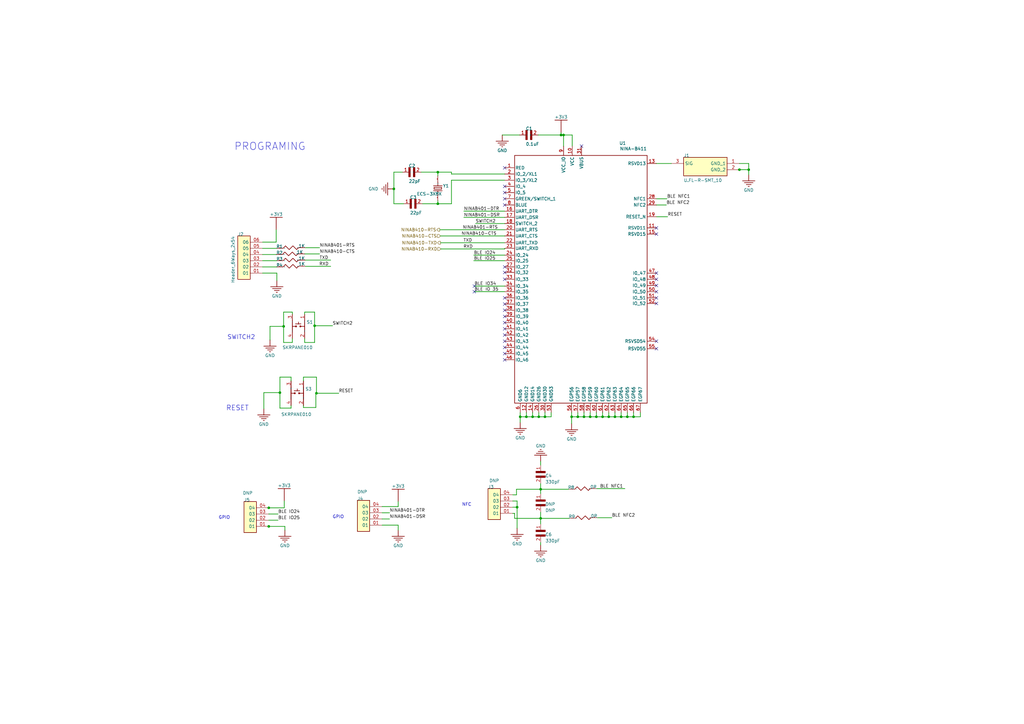
<source format=kicad_sch>
(kicad_sch (version 20230819) (generator eeschema)
  (paper "A3")
  (lib_symbols
    (symbol "NINA-B411-altium-import:+3V3" (power)
      (property "Reference" "#PWR" (at 0 0 0))
      (property "Value" "+3V3" (at 0 6.35 0))
      (symbol "+3V3_0_0"
        (polyline (pts (xy -2.54 -5.08) (xy 2.54 -5.08)) (stroke (width 0.254)))
        (polyline (pts (xy 0 0) (xy 0 -5.08)) (stroke (width 0.254)))
        (pin power_in line (at 0 0 0) (length 0) hide (name "+3V3") (number ""))
      )
    )
    (symbol "NINA-B411-altium-import:GND" (power)
      (property "Reference" "#PWR" (at 0 0 0))
      (property "Value" "GND" (at 0 6.35 0))
      (symbol "GND_0_0"
        (polyline (pts (xy -2.54 -2.54) (xy 2.54 -2.54)) (stroke (width 0.254)))
        (polyline (pts (xy -1.778 -3.302) (xy 1.778 -3.302)) (stroke (width 0.254)))
        (polyline (pts (xy -1.016 -4.064) (xy 1.016 -4.064)) (stroke (width 0.254)))
        (polyline (pts (xy -0.254 -4.826) (xy 0.254 -4.826)) (stroke (width 0.254)))
        (polyline (pts (xy 0 0) (xy 0 -2.54)) (stroke (width 0.254)))
        (pin power_in line (at 0 0 0) (length 0) hide (name "GND") (number ""))
      )
    )
    (symbol "NINA-B411-altium-import:root_0_1K"
      (symbol "root_0_1K_1_0"
        (polyline (pts (xy 4.318 4.826) (xy 5.334 5.842) (xy 6.858 4.318) (xy 8.382 5.842) (xy 9.906 4.318) (xy 10.668 5.08) (xy 10.922 5.08)) (stroke (width 0.254)))
        (pin passive line (at 1.778 4.826 0) (length 2.54) (name "1") (number "1"))
        (pin passive line (at 13.462 5.08 180) (length 2.54) (name "2") (number "2"))
      )
    )
    (symbol "NINA-B411-altium-import:root_0_NINA-B411"
      (symbol "root_0_NINA-B411_1_0"
        (rectangle (start 105.41 127) (end 51.054 25.4) (stroke (width 0.254)))
        (pin passive line (at 46.99 121.92 0) (length 3.81) (name "RED") (number "1"))
        (pin passive line (at 74.676 130.81 270) (length 3.81) (name "VCC") (number "10"))
        (pin passive line (at 109.22 97.282 180) (length 3.81) (name "RSVD11") (number "11"))
        (pin passive line (at 55.88 21.59 90) (length 3.81) (name "GND12") (number "12"))
        (pin passive line (at 109.22 123.698 180) (length 3.81) (name "RSVD13") (number "13"))
        (pin passive line (at 58.42 21.59 90) (length 3.81) (name "GND14") (number "14"))
        (pin passive line (at 109.22 94.742 180) (length 3.81) (name "RSVD15") (number "15"))
        (pin passive line (at 46.99 104.14 0) (length 3.81) (name "UART_DTR") (number "16"))
        (pin passive line (at 46.99 101.6 0) (length 3.81) (name "UART_DSR") (number "17"))
        (pin passive line (at 46.99 99.06 0) (length 3.81) (name "SWITCH_2") (number "18"))
        (pin passive line (at 109.22 101.854 180) (length 3.81) (name "RESET_N") (number "19"))
        (pin passive line (at 46.99 119.38 0) (length 3.81) (name "IO_2/XL1") (number "2"))
        (pin passive line (at 46.99 96.52 0) (length 3.81) (name "UART_RTS") (number "20"))
        (pin passive line (at 46.99 93.98 0) (length 3.81) (name "UART_CTS") (number "21"))
        (pin passive line (at 46.99 91.186 0) (length 3.81) (name "UART_TXD") (number "22"))
        (pin passive line (at 46.99 88.9 0) (length 3.81) (name "UART_RXD") (number "23"))
        (pin passive line (at 46.99 86.106 0) (length 3.81) (name "IO_24") (number "24"))
        (pin passive line (at 46.99 83.82 0) (length 3.81) (name "IO_25") (number "25"))
        (pin passive line (at 60.96 21.59 90) (length 3.81) (name "GND26") (number "26"))
        (pin passive line (at 46.99 81.28 0) (length 3.81) (name "IO_27") (number "27"))
        (pin passive line (at 109.22 109.22 180) (length 3.81) (name "NFC1") (number "28"))
        (pin passive line (at 109.22 106.68 180) (length 3.81) (name "NFC2") (number "29"))
        (pin passive line (at 46.99 116.84 0) (length 3.81) (name "IO_3/XL2") (number "3"))
        (pin passive line (at 63.5 21.59 90) (length 3.81) (name "GND30") (number "30"))
        (pin passive line (at 78.486 130.81 270) (length 3.81) (name "VBUS") (number "31"))
        (pin passive line (at 46.99 78.994 0) (length 3.81) (name "IO_32") (number "32"))
        (pin passive line (at 46.99 76.2 0) (length 3.81) (name "IO_33") (number "33"))
        (pin passive line (at 46.99 73.406 0) (length 3.81) (name "IO_34") (number "34"))
        (pin passive line (at 46.99 71.12 0) (length 3.81) (name "IO_35") (number "35"))
        (pin passive line (at 46.99 68.58 0) (length 3.81) (name "IO_36") (number "36"))
        (pin passive line (at 46.99 66.04 0) (length 3.81) (name "IO_37") (number "37"))
        (pin passive line (at 46.99 63.5 0) (length 3.81) (name "IO_38") (number "38"))
        (pin passive line (at 46.99 60.96 0) (length 3.81) (name "IO_39") (number "39"))
        (pin passive line (at 46.99 114.3 0) (length 3.81) (name "IO_4") (number "4"))
        (pin passive line (at 46.99 58.42 0) (length 3.81) (name "IO_40") (number "40"))
        (pin passive line (at 46.99 55.88 0) (length 3.81) (name "IO_41") (number "41"))
        (pin passive line (at 46.99 53.34 0) (length 3.81) (name "IO_42") (number "42"))
        (pin passive line (at 46.99 50.8 0) (length 3.81) (name "IO_43") (number "43"))
        (pin passive line (at 46.99 48.26 0) (length 3.81) (name "IO_44") (number "44"))
        (pin passive line (at 46.99 45.72 0) (length 3.81) (name "IO_45") (number "45"))
        (pin passive line (at 46.99 43.18 0) (length 3.81) (name "IO_46") (number "46"))
        (pin passive line (at 109.22 78.74 180) (length 3.81) (name "I0_47") (number "47"))
        (pin passive line (at 109.22 76.2 180) (length 3.81) (name "IO_48") (number "48"))
        (pin passive line (at 109.22 73.66 180) (length 3.81) (name "IO_49") (number "49"))
        (pin passive line (at 46.99 111.76 0) (length 3.81) (name "IO_5") (number "5"))
        (pin passive line (at 109.22 71.12 180) (length 3.81) (name "IO_50") (number "50"))
        (pin passive line (at 109.22 68.58 180) (length 3.81) (name "IO_51") (number "51"))
        (pin passive line (at 109.22 66.294 180) (length 3.81) (name "IO_52") (number "52"))
        (pin passive line (at 66.04 21.59 90) (length 3.81) (name "GND53") (number "53"))
        (pin passive line (at 109.22 50.8 180) (length 3.81) (name "RSVSD54") (number "54"))
        (pin passive line (at 109.22 47.752 180) (length 3.81) (name "RSVD55") (number "55"))
        (pin passive line (at 74.422 21.59 90) (length 3.81) (name "EGP56") (number "56"))
        (pin passive line (at 76.962 21.59 90) (length 3.81) (name "EGP57") (number "57"))
        (pin passive line (at 79.502 21.59 90) (length 3.81) (name "EGP58") (number "58"))
        (pin passive line (at 82.042 21.59 90) (length 3.81) (name "EGP59") (number "59"))
        (pin passive line (at 53.34 21.59 90) (length 3.81) (name "GND6") (number "6"))
        (pin passive line (at 84.582 21.59 90) (length 3.81) (name "EGP60") (number "60"))
        (pin passive line (at 87.122 21.59 90) (length 3.81) (name "EGP61") (number "61"))
        (pin passive line (at 89.662 21.59 90) (length 3.81) (name "EGP62") (number "62"))
        (pin passive line (at 92.202 21.59 90) (length 3.81) (name "EGP63") (number "63"))
        (pin passive line (at 94.742 21.59 90) (length 3.81) (name "EGP64") (number "64"))
        (pin passive line (at 97.282 21.59 90) (length 3.81) (name "EGP65") (number "65"))
        (pin passive line (at 99.822 21.59 90) (length 3.81) (name "EGP66") (number "66"))
        (pin passive line (at 102.616 21.59 90) (length 3.81) (name "EGP67") (number "67"))
        (pin passive line (at 46.99 109.22 0) (length 3.81) (name "GREEN/SWITCH_1") (number "7"))
        (pin passive line (at 46.99 106.68 0) (length 3.81) (name "BLUE") (number "8"))
        (pin passive line (at 71.12 130.81 270) (length 3.81) (name "VCC_IO") (number "9"))
      )
    )
    (symbol "NINA-B411-altium-import:root_0_U.FL-R-SMT_10__1"
      (symbol "root_0_U.FL-R-SMT_10__1_1_0"
        (rectangle (start 22.86 2.54) (end 5.08 -5.08) (stroke (width 0.254) (color 128 0 0 1)) (fill (type background)))
        (pin passive line (at 27.94 0 180) (length 5.08) (name "GND_1") (number "1"))
        (pin passive line (at 27.94 -2.54 180) (length 5.08) (name "GND_2") (number "2"))
        (pin passive line (at 0 0 0) (length 5.08) (name "SIG") (number "3"))
      )
    )
    (symbol "NINA-B411-altium-import:root_1_C0402C220K4RACTU"
      (symbol "root_1_C0402C220K4RACTU_1_0"
        (rectangle (start 1.905 0.635) (end -1.905 0) (stroke (width 0.254)) (fill (type outline)))
        (rectangle (start 1.905 2.54) (end -1.905 1.905) (stroke (width 0.254)) (fill (type outline)))
        (pin passive line (at 0 5.08 270) (length 2.54) (name "1") (number "1"))
        (pin passive line (at 0 -2.54 90) (length 2.54) (name "2") (number "2"))
      )
    )
    (symbol "NINA-B411-altium-import:root_1_ECS-3X8X"
      (symbol "root_1_ECS-3X8X_1_0"
        (polyline (pts (xy -1.778 -1.016) (xy 1.778 -1.016)) (stroke (width 0.254)))
        (polyline (pts (xy -1.778 1.016) (xy 1.778 1.016)) (stroke (width 0.254)))
        (polyline (pts (xy -1.524 -0.381) (xy 1.524 -0.381)) (stroke (width 0.254)))
        (polyline (pts (xy -1.524 0.381) (xy -1.524 -0.381)) (stroke (width 0.254)))
        (polyline (pts (xy 0 -2.54) (xy 0 -1.016)) (stroke (width 0.254)))
        (polyline (pts (xy 0 1.016) (xy 0 2.54)) (stroke (width 0.254)))
        (polyline (pts (xy 1.524 -0.381) (xy 1.524 0.381)) (stroke (width 0.254)))
        (polyline (pts (xy 1.524 0.381) (xy -1.524 0.381)) (stroke (width 0.254)))
        (pin passive line (at 0 -5.08 90) (length 2.54) (name "1") (number "1"))
        (pin passive line (at 0 5.08 270) (length 2.54) (name "2") (number "2"))
      )
    )
    (symbol "NINA-B411-altium-import:root_2_C0402C220K4RACTU"
      (symbol "root_2_C0402C220K4RACTU_1_0"
        (rectangle (start -1.905 1.905) (end -2.54 -1.905) (stroke (width 0.254)) (fill (type outline)))
        (rectangle (start 0 1.905) (end -0.635 -1.905) (stroke (width 0.254)) (fill (type outline)))
        (pin passive line (at -5.08 0 0) (length 2.54) (name "1") (number "1"))
        (pin passive line (at 2.54 0 180) (length 2.54) (name "2") (number "2"))
      )
    )
    (symbol "NINA-B411-altium-import:root_2_HTSW-106-14-S-S-LL"
      (symbol "root_2_HTSW-106-14-S-S-LL_1_0"
        (rectangle (start 7.62 7.62) (end 2.54 -10.16) (stroke (width 0.254) (color 128 0 0 1)) (fill (type background)))
        (pin passive line (at 12.7 -7.62 180) (length 5.08) (name "01") (number "01"))
        (pin passive line (at 12.7 -5.08 180) (length 5.08) (name "02") (number "02"))
        (pin passive line (at 12.7 -2.54 180) (length 5.08) (name "03") (number "03"))
        (pin passive line (at 12.7 0 180) (length 5.08) (name "04") (number "04"))
        (pin passive line (at 12.7 2.54 180) (length 5.08) (name "05") (number "05"))
        (pin passive line (at 12.7 5.08 180) (length 5.08) (name "06") (number "06"))
      )
    )
    (symbol "NINA-B411-altium-import:root_2_TSM-104-03-F-SV"
      (symbol "root_2_TSM-104-03-F-SV_1_0"
        (rectangle (start 5.08 7.62) (end 0 -5.08) (stroke (width 0.254) (color 128 0 0 1)) (fill (type background)))
        (pin passive line (at 10.16 -2.54 180) (length 5.08) (name "01") (number "01"))
        (pin passive line (at 10.16 0 180) (length 5.08) (name "02") (number "02"))
        (pin passive line (at 10.16 2.54 180) (length 5.08) (name "03") (number "03"))
        (pin passive line (at 10.16 5.08 180) (length 5.08) (name "04") (number "04"))
      )
    )
    (symbol "NINA-B411-altium-import:root_3_SKRPACE010"
      (symbol "root_3_SKRPACE010_1_0"
        (circle (center -1.016 0) (radius 0.254) (stroke (width 0.254)))
        (polyline (pts (xy -2.54 -5.08) (xy -2.54 5.08)) (stroke (width 0.254)))
        (polyline (pts (xy -2.54 0) (xy -2.54 -2.54)) (stroke (width 0.254)))
        (polyline (pts (xy -2.54 2.54) (xy -2.54 0)) (stroke (width 0.254)))
        (polyline (pts (xy -1.016 0) (xy -2.54 0)) (stroke (width 0.254)))
        (polyline (pts (xy 0 1.016) (xy -1.27 1.016)) (stroke (width 0.254)))
        (polyline (pts (xy 0 1.016) (xy 0 1.778)) (stroke (width 0.254)))
        (polyline (pts (xy 0.762 0) (xy 2.54 0)) (stroke (width 0.254)))
        (polyline (pts (xy 1.016 1.016) (xy 0 1.016)) (stroke (width 0.254)))
        (polyline (pts (xy 2.54 0) (xy 2.54 -2.54)) (stroke (width 0.254)))
        (polyline (pts (xy 2.54 2.54) (xy 2.54 0)) (stroke (width 0.254)))
        (polyline (pts (xy 2.54 5.08) (xy 2.54 -5.08)) (stroke (width 0.254)))
        (circle (center 0.762 0) (radius 0.254) (stroke (width 0.254)))
        (pin bidirectional line (at 2.54 5.08 270) (length 2.54) (name "1") (number "1"))
        (pin bidirectional line (at 2.54 -5.08 90) (length 2.54) (name "2") (number "2"))
        (pin bidirectional line (at -2.54 5.08 270) (length 2.54) (name "3") (number "3"))
        (pin bidirectional line (at -2.54 -5.08 90) (length 2.54) (name "4") (number "4"))
      )
    )
  )
  (junction (at 223.52 170.942))
  (junction (at 303.276 69.596))
  (junction (at 234.442 170.942))
  (junction (at 247.142 170.942))
  (junction (at 252.222 170.942))
  (junction (at 239.522 170.942))
  (junction (at 249.682 170.942))
  (junction (at 257.302 170.942))
  (junction (at 179.578 70.612))
  (junction (at 218.44 170.942))
  (junction (at 242.062 170.942))
  (junction (at 213.36 170.942))
  (junction (at 230.124 55.372))
  (junction (at 231.14 55.372))
  (junction (at 116.332 133.858))
  (junction (at 215.9 170.942))
  (junction (at 221.742 200.66))
  (junction (at 212.09 208.026))
  (junction (at 110.236 215.9))
  (junction (at 254.762 170.942))
  (junction (at 221.742 212.598))
  (junction (at 114.808 161.036))
  (junction (at 220.98 170.942))
  (junction (at 307.086 69.596))
  (junction (at 179.578 83.566))
  (junction (at 110.236 208.28))
  (junction (at 129.032 133.604))
  (junction (at 236.982 170.942))
  (junction (at 244.602 170.942))
  (junction (at 129.794 161.29))
  (junction (at 259.842 170.942))
  (junction (at 161.544 77.47))
  (no_connect (at 207.01 142.494))
  (no_connect (at 207.01 124.714))
  (no_connect (at 269.24 119.634))
  (no_connect (at 207.01 137.414))
  (no_connect (at 207.01 76.454))
  (no_connect (at 207.01 109.474))
  (no_connect (at 207.01 114.554))
  (no_connect (at 269.24 122.174))
  (no_connect (at 207.01 147.574))
  (no_connect (at 207.01 129.794))
  (no_connect (at 269.24 139.954))
  (no_connect (at 269.24 114.554))
  (no_connect (at 269.24 112.014))
  (no_connect (at 194.564 117.348))
  (no_connect (at 207.01 84.074))
  (no_connect (at 207.01 132.334))
  (no_connect (at 269.24 93.472))
  (no_connect (at 194.564 119.634))
  (no_connect (at 269.24 143.002))
  (no_connect (at 207.01 111.76))
  (no_connect (at 269.24 124.46))
  (no_connect (at 207.01 127.254))
  (no_connect (at 207.01 145.034))
  (no_connect (at 269.24 117.094))
  (no_connect (at 207.01 78.994))
  (no_connect (at 207.01 139.954))
  (no_connect (at 207.01 134.874))
  (no_connect (at 207.01 81.534))
  (no_connect (at 207.01 68.834))
  (no_connect (at 269.24 96.012))
  (no_connect (at 207.01 122.174))
  (no_connect (at 238.506 59.944))
  (wire (pts (xy 218.44 170.942) (xy 215.9 170.942)) (stroke (width 0.254)))
  (wire (pts (xy 129.794 154.686) (xy 124.46 154.686)) (stroke (width 0.254)))
  (wire (pts (xy 113.284 99.314) (xy 107.696 99.314)) (stroke (width 0.254)))
  (wire (pts (xy 116.586 208.28) (xy 116.586 205.486)) (stroke (width 0.254)))
  (wire (pts (xy 247.142 169.164) (xy 247.142 170.942)) (stroke (width 0.254)))
  (wire (pts (xy 257.302 169.164) (xy 257.302 170.942)) (stroke (width 0.254)))
  (wire (pts (xy 116.332 133.858) (xy 116.332 128.016)) (stroke (width 0.254)))
  (wire (pts (xy 230.124 55.372) (xy 231.14 55.372)) (stroke (width 0.254)))
  (wire (pts (xy 179.578 70.612) (xy 185.166 70.612)) (stroke (width 0.254)))
  (wire (pts (xy 244.602 169.164) (xy 244.602 170.942)) (stroke (width 0.254)))
  (wire (pts (xy 220.98 170.942) (xy 218.44 170.942)) (stroke (width 0.254)))
  (wire (pts (xy 190.246 86.614) (xy 207.01 86.614)) (stroke (width 0.254)))
  (wire (pts (xy 107.696 101.854) (xy 113.538 101.854)) (stroke (width 0.254)))
  (wire (pts (xy 213.106 55.372) (xy 205.994 55.372)) (stroke (width 0.254)))
  (wire (pts (xy 213.36 170.942) (xy 213.36 173.228)) (stroke (width 0.254)))
  (wire (pts (xy 226.06 170.942) (xy 223.52 170.942)) (stroke (width 0.254)))
  (wire (pts (xy 116.84 215.9) (xy 110.236 215.9)) (stroke (width 0.254)))
  (wire (pts (xy 129.032 140.462) (xy 124.968 140.462)) (stroke (width 0.254)))
  (wire (pts (xy 211.836 200.66) (xy 221.742 200.66)) (stroke (width 0.254)))
  (wire (pts (xy 221.742 212.598) (xy 233.426 212.598)) (stroke (width 0.254)))
  (wire (pts (xy 179.578 83.566) (xy 185.166 83.566)) (stroke (width 0.254)))
  (wire (pts (xy 110.236 215.9) (xy 109.982 215.9)) (stroke (width 0.254)))
  (wire (pts (xy 107.696 112.014) (xy 113.538 112.014)) (stroke (width 0.254)))
  (wire (pts (xy 114.808 154.686) (xy 119.38 154.686)) (stroke (width 0.254)))
  (wire (pts (xy 249.682 170.942) (xy 252.222 170.942)) (stroke (width 0.254)))
  (wire (pts (xy 135.636 106.68) (xy 125.222 106.68)) (stroke (width 0.254)))
  (wire (pts (xy 185.166 70.612) (xy 185.166 71.374)) (stroke (width 0.254)))
  (wire (pts (xy 131.064 101.6) (xy 125.222 101.6)) (stroke (width 0.254)))
  (wire (pts (xy 307.086 69.596) (xy 307.086 71.628)) (stroke (width 0.254)))
  (wire (pts (xy 190.246 89.154) (xy 207.01 89.154)) (stroke (width 0.254)))
  (wire (pts (xy 273.558 81.534) (xy 269.24 81.534)) (stroke (width 0.254)))
  (wire (pts (xy 242.062 169.164) (xy 242.062 170.942)) (stroke (width 0.254)))
  (wire (pts (xy 247.142 170.942) (xy 249.682 170.942)) (stroke (width 0.254)))
  (wire (pts (xy 114.046 210.82) (xy 110.236 210.82)) (stroke (width 0.254)))
  (wire (pts (xy 119.888 128.016) (xy 119.888 128.778)) (stroke (width 0.254)))
  (wire (pts (xy 119.38 154.686) (xy 119.38 156.21)) (stroke (width 0.254)))
  (wire (pts (xy 254.762 170.942) (xy 257.302 170.942)) (stroke (width 0.254)))
  (wire (pts (xy 107.696 109.474) (xy 113.538 109.474)) (stroke (width 0.254)))
  (wire (pts (xy 212.09 208.026) (xy 212.09 216.662)) (stroke (width 0.254)))
  (wire (pts (xy 129.54 167.132) (xy 124.46 167.132)) (stroke (width 0.254)))
  (wire (pts (xy 231.14 55.372) (xy 234.696 55.372)) (stroke (width 0.254)))
  (wire (pts (xy 236.982 170.942) (xy 239.522 170.942)) (stroke (width 0.254)))
  (wire (pts (xy 207.01 99.568) (xy 180.685 99.568)) (stroke (width 0.254)))
  (wire (pts (xy 212.09 208.026) (xy 210.312 208.026)) (stroke (width 0.254)))
  (wire (pts (xy 259.842 169.164) (xy 259.842 170.942)) (stroke (width 0.254)))
  (wire (pts (xy 207.01 94.234) (xy 180.396 94.234)) (stroke (width 0.254)))
  (wire (pts (xy 207.01 96.774) (xy 180.65 96.774)) (stroke (width 0.254)))
  (wire (pts (xy 302.768 69.596) (xy 303.276 69.596)) (stroke (width 0.254)))
  (wire (pts (xy 254.762 169.164) (xy 254.762 170.942)) (stroke (width 0.254)))
  (wire (pts (xy 239.522 170.942) (xy 242.062 170.942)) (stroke (width 0.254)))
  (wire (pts (xy 185.166 83.566) (xy 185.166 73.914)) (stroke (width 0.254)))
  (wire (pts (xy 230.124 54.356) (xy 230.124 55.372)) (stroke (width 0.254)))
  (wire (pts (xy 116.332 140.462) (xy 119.888 140.462)) (stroke (width 0.254)))
  (wire (pts (xy 163.322 215.392) (xy 163.322 217.424)) (stroke (width 0.254)))
  (wire (pts (xy 234.442 170.942) (xy 234.442 173.736)) (stroke (width 0.254)))
  (wire (pts (xy 210.312 205.486) (xy 212.09 205.486)) (stroke (width 0.254)))
  (wire (pts (xy 179.578 70.612) (xy 179.578 72.136)) (stroke (width 0.254)))
  (wire (pts (xy 195.072 91.694) (xy 207.01 91.694)) (stroke (width 0.254)))
  (wire (pts (xy 124.968 140.462) (xy 124.968 138.938)) (stroke (width 0.254)))
  (wire (pts (xy 185.166 71.374) (xy 207.01 71.374)) (stroke (width 0.254)))
  (wire (pts (xy 138.938 161.29) (xy 129.794 161.29)) (stroke (width 0.254)))
  (wire (pts (xy 116.332 133.858) (xy 116.332 140.462)) (stroke (width 0.254)))
  (wire (pts (xy 252.222 170.942) (xy 254.762 170.942)) (stroke (width 0.254)))
  (wire (pts (xy 108.204 161.036) (xy 114.808 161.036)) (stroke (width 0.254)))
  (wire (pts (xy 108.204 167.64) (xy 108.204 161.036)) (stroke (width 0.254)))
  (wire (pts (xy 173.228 83.566) (xy 179.578 83.566)) (stroke (width 0.254)))
  (wire (pts (xy 242.062 170.942) (xy 244.602 170.942)) (stroke (width 0.254)))
  (wire (pts (xy 221.742 222.504) (xy 221.742 223.52)) (stroke (width 0.254)))
  (wire (pts (xy 129.032 133.604) (xy 129.032 140.462)) (stroke (width 0.254)))
  (wire (pts (xy 129.032 133.604) (xy 129.032 128.016)) (stroke (width 0.254)))
  (wire (pts (xy 257.302 170.942) (xy 259.842 170.942)) (stroke (width 0.254)))
  (wire (pts (xy 161.544 70.612) (xy 165.1 70.612)) (stroke (width 0.254)))
  (wire (pts (xy 156.718 207.772) (xy 163.322 207.772)) (stroke (width 0.254)))
  (wire (pts (xy 220.98 169.164) (xy 220.98 170.942)) (stroke (width 0.254)))
  (wire (pts (xy 234.696 55.372) (xy 234.696 59.944)) (stroke (width 0.254)))
  (wire (pts (xy 159.766 210.312) (xy 156.718 210.312)) (stroke (width 0.254)))
  (wire (pts (xy 113.538 106.934) (xy 107.696 106.934)) (stroke (width 0.254)))
  (wire (pts (xy 119.888 140.462) (xy 119.888 138.938)) (stroke (width 0.254)))
  (wire (pts (xy 194.564 117.348) (xy 207.01 117.348)) (stroke (width 0.254)))
  (wire (pts (xy 110.236 208.28) (xy 116.586 208.28)) (stroke (width 0.254)))
  (wire (pts (xy 159.766 212.852) (xy 156.718 212.852)) (stroke (width 0.254)))
  (wire (pts (xy 116.84 217.424) (xy 116.84 215.9)) (stroke (width 0.254)))
  (wire (pts (xy 303.276 69.596) (xy 307.086 69.596)) (stroke (width 0.254)))
  (wire (pts (xy 116.332 128.016) (xy 119.888 128.016)) (stroke (width 0.254)))
  (wire (pts (xy 210.312 202.946) (xy 211.836 202.946)) (stroke (width 0.254)))
  (wire (pts (xy 226.06 169.164) (xy 226.06 170.942)) (stroke (width 0.254)))
  (wire (pts (xy 129.794 161.29) (xy 129.54 161.29)) (stroke (width 0.254)))
  (wire (pts (xy 110.744 139.446) (xy 110.744 133.858)) (stroke (width 0.254)))
  (wire (pts (xy 179.578 83.566) (xy 179.578 82.296)) (stroke (width 0.254)))
  (wire (pts (xy 220.726 55.372) (xy 230.124 55.372)) (stroke (width 0.254)))
  (wire (pts (xy 129.032 128.016) (xy 124.968 128.016)) (stroke (width 0.254)))
  (wire (pts (xy 109.982 208.28) (xy 110.236 208.28)) (stroke (width 0.254)))
  (wire (pts (xy 273.304 84.074) (xy 269.24 84.074)) (stroke (width 0.254)))
  (wire (pts (xy 113.284 104.394) (xy 107.696 104.394)) (stroke (width 0.254)))
  (wire (pts (xy 250.952 212.344) (xy 245.11 212.344)) (stroke (width 0.254)))
  (wire (pts (xy 161.544 77.47) (xy 161.544 70.612)) (stroke (width 0.254)))
  (wire (pts (xy 262.636 170.942) (xy 262.636 169.164)) (stroke (width 0.254)))
  (wire (pts (xy 252.222 169.164) (xy 252.222 170.942)) (stroke (width 0.254)))
  (wire (pts (xy 114.808 167.386) (xy 114.808 161.036)) (stroke (width 0.254)))
  (wire (pts (xy 113.284 94.234) (xy 113.284 99.314)) (stroke (width 0.254)))
  (wire (pts (xy 212.09 205.486) (xy 212.09 208.026)) (stroke (width 0.254)))
  (wire (pts (xy 211.074 212.598) (xy 221.742 212.598)) (stroke (width 0.254)))
  (wire (pts (xy 256.286 200.406) (xy 244.856 200.406)) (stroke (width 0.254)))
  (wire (pts (xy 221.742 189.23) (xy 221.742 190.754)) (stroke (width 0.254)))
  (wire (pts (xy 211.836 202.946) (xy 211.836 200.66)) (stroke (width 0.254)))
  (wire (pts (xy 114.046 213.36) (xy 110.236 213.36)) (stroke (width 0.254)))
  (wire (pts (xy 221.742 202.438) (xy 221.742 200.66)) (stroke (width 0.254)))
  (wire (pts (xy 172.72 70.612) (xy 179.578 70.612)) (stroke (width 0.254)))
  (wire (pts (xy 244.602 170.942) (xy 247.142 170.942)) (stroke (width 0.254)))
  (wire (pts (xy 215.9 169.164) (xy 215.9 170.942)) (stroke (width 0.254)))
  (wire (pts (xy 211.074 210.566) (xy 211.074 212.598)) (stroke (width 0.254)))
  (wire (pts (xy 119.38 167.386) (xy 114.808 167.386)) (stroke (width 0.254)))
  (wire (pts (xy 124.46 154.686) (xy 124.46 156.21)) (stroke (width 0.254)))
  (wire (pts (xy 135.636 109.22) (xy 125.222 109.22)) (stroke (width 0.254)))
  (wire (pts (xy 239.522 169.164) (xy 239.522 170.942)) (stroke (width 0.254)))
  (wire (pts (xy 221.742 212.598) (xy 221.742 210.058)) (stroke (width 0.254)))
  (wire (pts (xy 124.46 167.132) (xy 124.46 166.37)) (stroke (width 0.254)))
  (wire (pts (xy 131.064 104.14) (xy 124.968 104.14)) (stroke (width 0.254)))
  (wire (pts (xy 307.086 67.056) (xy 303.276 67.056)) (stroke (width 0.254)))
  (wire (pts (xy 218.44 169.164) (xy 218.44 170.942)) (stroke (width 0.254)))
  (wire (pts (xy 156.718 215.392) (xy 163.322 215.392)) (stroke (width 0.254)))
  (wire (pts (xy 114.808 161.036) (xy 114.808 154.686)) (stroke (width 0.254)))
  (wire (pts (xy 221.742 212.598) (xy 221.742 214.884)) (stroke (width 0.254)))
  (wire (pts (xy 234.442 170.942) (xy 236.982 170.942)) (stroke (width 0.254)))
  (wire (pts (xy 213.36 170.942) (xy 213.36 169.164)) (stroke (width 0.254)))
  (wire (pts (xy 249.682 169.164) (xy 249.682 170.942)) (stroke (width 0.254)))
  (wire (pts (xy 124.968 128.016) (xy 124.968 128.778)) (stroke (width 0.254)))
  (wire (pts (xy 185.166 73.914) (xy 207.01 73.914)) (stroke (width 0.254)))
  (wire (pts (xy 119.38 166.37) (xy 119.38 167.386)) (stroke (width 0.254)))
  (wire (pts (xy 194.31 106.934) (xy 207.01 106.934)) (stroke (width 0.254)))
  (wire (pts (xy 236.982 169.164) (xy 236.982 170.942)) (stroke (width 0.254)))
  (wire (pts (xy 110.744 133.858) (xy 116.332 133.858)) (stroke (width 0.254)))
  (wire (pts (xy 136.398 133.604) (xy 129.032 133.604)) (stroke (width 0.254)))
  (wire (pts (xy 210.312 210.566) (xy 211.074 210.566)) (stroke (width 0.254)))
  (wire (pts (xy 194.564 119.634) (xy 207.01 119.634)) (stroke (width 0.254)))
  (wire (pts (xy 221.742 200.66) (xy 221.742 198.374)) (stroke (width 0.254)))
  (wire (pts (xy 113.538 112.014) (xy 113.538 115.062)) (stroke (width 0.254)))
  (wire (pts (xy 233.172 200.66) (xy 221.742 200.66)) (stroke (width 0.254)))
  (wire (pts (xy 207.01 101.854) (xy 207.01 102.108)) (stroke (width 0.254)))
  (wire (pts (xy 207.01 102.108) (xy 180.814 102.108)) (stroke (width 0.254)))
  (wire (pts (xy 129.794 161.29) (xy 129.794 154.686)) (stroke (width 0.254)))
  (wire (pts (xy 231.14 59.944) (xy 231.14 55.372)) (stroke (width 0.254)))
  (wire (pts (xy 259.842 170.942) (xy 262.636 170.942)) (stroke (width 0.254)))
  (wire (pts (xy 307.086 69.596) (xy 307.086 67.056)) (stroke (width 0.254)))
  (wire (pts (xy 194.31 104.648) (xy 207.01 104.648)) (stroke (width 0.254)))
  (wire (pts (xy 223.52 169.164) (xy 223.52 170.942)) (stroke (width 0.254)))
  (wire (pts (xy 161.544 83.566) (xy 165.608 83.566)) (stroke (width 0.254)))
  (wire (pts (xy 163.322 207.772) (xy 163.322 205.74)) (stroke (width 0.254)))
  (wire (pts (xy 215.9 170.942) (xy 213.36 170.942)) (stroke (width 0.254)))
  (wire (pts (xy 223.52 170.942) (xy 220.98 170.942)) (stroke (width 0.254)))
  (wire (pts (xy 275.336 67.056) (xy 269.24 67.056)) (stroke (width 0.254)))
  (wire (pts (xy 234.442 169.164) (xy 234.442 170.942)) (stroke (width 0.254)))
  (wire (pts (xy 161.544 77.47) (xy 161.544 83.566)) (stroke (width 0.254)))
  (wire (pts (xy 273.812 88.9) (xy 269.24 88.9)) (stroke (width 0.254)))
  (wire (pts (xy 129.54 161.29) (xy 129.54 167.132)) (stroke (width 0.254)))
  (text "NFC" (at 189.484 207.772 0) (effects (font (size 1.27 1.27)) (justify left bottom)))
  (text "SWITCH2" (at 93.218 139.446 0) (effects (font (size 1.778 1.778)) (justify left bottom)))
  (text "GPIO" (at 136.398 212.852 0) (effects (font (size 1.27 1.27)) (justify left bottom)))
  (text "PROGRAMING" (at 96.012 61.976 0) (effects (font (size 3.048 3.048)) (justify left bottom)))
  (text "RESET" (at 92.71 168.656 0) (effects (font (size 2.032 2.032)) (justify left bottom)))
  (text "GPIO" (at 89.662 213.106 0) (effects (font (size 1.27 1.27)) (justify left bottom)))
  (label "SWITCH2" (at 136.398 133.604 0))
  (label "BLE IO25" (at 114.046 213.36 0))
  (label "RESET" (at 138.938 161.29 0))
  (label "BLE IO24" (at 194.31 104.648 0))
  (label "NINAB401-DSR" (at 159.766 212.852 0))
  (label "BLE IO24" (at 114.046 210.82 0))
  (label "NINAB401-DSR" (at 190.246 89.154 0))
  (label "RXD" (at 189.992 102.108 0))
  (label "TXD" (at 131.01 106.68 0))
  (label "BLE NFC2" (at 250.952 212.344 0))
  (label "BLE IO 35" (at 194.564 119.634 0))
  (label "BLE NFC2" (at 273.304 84.074 0))
  (label "BLE IO34" (at 194.564 117.348 0))
  (label "NINAB401-RTS" (at 189.738 94.234 0))
  (label "RESET" (at 273.812 88.9 0))
  (label "RXD" (at 130.881 109.22 0))
  (label "BLE NFC1" (at 273.558 81.534 0))
  (label "NINAB401-DTR" (at 159.766 210.312 0))
  (label "NINAB410-CTS" (at 189.23 96.774 0))
  (label "SWITCH2" (at 195.072 91.694 0))
  (label "NINAB410-CTS" (at 131.064 104.14 0))
  (label "NINAB401-RTS" (at 131.064 101.6 0))
  (label "TXD" (at 189.992 99.568 0))
  (label "BLE NFC1" (at 246.052 200.406 0))
  (label "NINAB401-DTR" (at 190.246 86.614 0))
  (label "BLE IO25" (at 194.31 106.934 0))
  (hierarchical_label "NINAB410-RTS" (shape output) (at 180.396 94.234 180))
  (hierarchical_label "NINAB410-CTS" (shape input) (at 180.65 96.774 180))
  (hierarchical_label "NINAB410-RXD" (shape input) (at 180.814 102.108 180))
  (hierarchical_label "NINAB410-TXD" (shape output) (at 180.685 99.568 180))
  (symbol (lib_id "NINA-B411-altium-import:root_0_1K") (at 231.648 217.424 0) (unit 1)
    (property "Reference" "R9" (at 233.172 212.598 0) (effects (justify left bottom)))
    (property "Value" "0R" (at 242.316 212.344 0) (effects (justify left bottom)))
    (property "Footprint" "Res_0402" (effects hide))
  )
  (symbol (lib_id "NINA-B411-altium-import:GND") (at 116.84 217.424 0) (unit 1)
    (property "Reference" "#PWR?" (effects hide))
    (property "Value" "GND" (at 116.84 223.774 0))
    (instances (project "NINA-B411" (path "" (reference "#PWR?") (unit 1))) (project "Bluetooth_Anchor_Kicad" (path "" (reference "#PWR0187") (unit 1))))
  )
  (symbol (lib_id "NINA-B411-altium-import:+3V3") (at 116.586 205.486 180) (unit 1)
    (property "Reference" "#PWR?" (effects hide))
    (property "Value" "+3V3" (at 116.586 199.136 0))
    (instances (project "NINA-B411" (path "" (reference "#PWR?") (unit 1))) (project "Bluetooth_Anchor_Kicad" (path "" (reference "#PWR0185") (unit 1))))
  )
  (symbol (lib_id "NINA-B411-altium-import:GND") (at 110.744 139.446 0) (unit 1)
    (property "Reference" "#PWR?" (effects hide))
    (property "Value" "GND" (at 110.744 145.796 0))
    (instances (project "NINA-B411" (path "" (reference "#PWR?") (unit 1))) (project "Bluetooth_Anchor_Kicad" (path "" (reference "#PWR0182") (unit 1))))
  )
  (symbol (lib_id "NINA-B411-altium-import:GND") (at 163.322 217.424 0) (unit 1)
    (property "Reference" "#PWR?" (effects hide))
    (property "Value" "GND" (at 163.322 223.774 0))
    (instances (project "NINA-B411" (path "" (reference "#PWR?") (unit 1))) (project "Bluetooth_Anchor_Kicad" (path "" (reference "#PWR0188") (unit 1))))
  )
  (symbol (lib_id "NINA-B411-altium-import:+3V3") (at 230.124 54.356 180) (unit 1)
    (property "Reference" "#PWR?" (effects hide))
    (property "Value" "+3V3" (at 230.124 48.006 0))
    (instances (project "NINA-B411" (path "" (reference "#PWR?") (unit 1))) (project "Bluetooth_Anchor_Kicad" (path "" (reference "#PWR0177") (unit 1))))
  )
  (symbol (lib_id "NINA-B411-altium-import:root_2_TSM-104-03-F-SV") (at 200.152 208.026 0) (unit 1)
    (property "Reference" "J3" (at 200.152 200.406 0) (effects (justify left bottom)))
    (property "Value" "DNP" (at 200.66 197.866 0) (effects (justify left bottom)))
    (property "Footprint" "Header_4Ways_2x54_Male" (effects hide))
    (property "MF" "Samtec" (effects hide))
    (property "PACKAGE" "None" (effects hide))
    (property "PRICE" "None" (effects hide))
    (property "CHECK_PRICES" "https://www.snapeda.com/parts/TSM-104-03-F-SV/Samtec/view-part/?ref=eda" (effects hide))
    (property "ALTIUM_VALUE" "*" (effects hide))
    (property "SNAPEDA_LINK" "https://www.snapeda.com/parts/TSM-104-03-F-SV/Samtec/view-part/?ref=snap" (effects hide))
    (property "MP" "TSM-104-03-F-SV" (effects hide))
    (property "AVAILABILITY" "In Stock" (effects hide))
    (property "PURCHASE-URL" "https://pricing.snapeda.com/search?q=TSM-104-03-F-SV&ref=eda" (effects hide))
  )
  (symbol (lib_id "NINA-B411-altium-import:root_2_C0402C220K4RACTU") (at 218.186 55.372 0) (unit 1)
    (property "Reference" "C1" (at 215.646 53.467 0) (effects (justify left bottom)))
    (property "Value" "0.1uF" (at 215.646 59.817 0) (effects (justify left bottom)))
    (property "Footprint" "C_0402" (effects hide))
    (property "MP" "C0402C220K4RACTU" (effects hide))
    (property "SNAPEDA_LINK" "https://www.snapeda.com/parts/C0402C220K4RACTU/KEMET/view-part/2040769/?ref=snap" (effects hide))
    (property "PRICE" "None" (effects hide))
    (property "MF" "KEMET" (effects hide))
    (property "PACKAGE" "0402 KEMET" (effects hide))
    (property "AVAILABILITY" "Unavailable" (effects hide))
    (property "ALTIUM_VALUE" "*" (effects hide))
  )
  (symbol (lib_id "NINA-B411-altium-import:GND") (at 307.086 71.628 0) (unit 1)
    (property "Reference" "#PWR?" (effects hide))
    (property "Value" "GND" (at 307.086 77.978 0))
    (instances (project "NINA-B411" (path "" (reference "#PWR?") (unit 1))) (project "Bluetooth_Anchor_Kicad" (path "" (reference "#PWR0178") (unit 1))))
  )
  (symbol (lib_id "NINA-B411-altium-import:root_0_U.FL-R-SMT_10__1") (at 275.336 67.056 0) (unit 1)
    (property "Reference" "J1" (at 280.416 64.516 0) (effects (justify left bottom)))
    (property "Value" "U.FL-R-SMT_10" (at 280.416 74.676 0) (effects (justify left bottom)))
    (property "Footprint" "UFLRSMT10" (effects hide))
    (property "MANUFACTURER_NAME" "Hirose" (effects hide))
    (property "MANUFACTURER_PART_NUMBER" "U.FL-R-SMT(10)" (effects hide))
    (property "MOUSER PART NUMBER" "798-U.FL-R-SMT10" (effects hide))
    (property "MOUSER PRICE/STOCK" "https://www.mouser.co.uk/ProductDetail/Hirose-Connector/U.FL-R-SMT10?qs=Ux3WWAnHpjBT1CWD8UMEMQ%3D%3D" (effects hide))
    (property "ARROW PART NUMBER" "U.FL-R-SMT(10)" (effects hide))
    (property "ARROW PRICE/STOCK" "https://www.arrow.com/en/products/u.fl-r-smt-10/hirose-electric?region=nac" (effects hide))
    (property "DATASHEET LINK" "https://media.digikey.com/pdf/Data%20Sheets/Hirose%20PDFs/UFL%20Series.pdf" (effects hide))
    (property "GEOMETRY.HEIGHT" "1.25mm" (effects hide))
  )
  (symbol (lib_id "NINA-B411-altium-import:root_3_SKRPACE010") (at 121.92 161.29 0) (unit 1)
    (property "Reference" "S3" (at 125.222 160.274 0) (effects (justify left bottom)))
    (property "Value" "SKRPANE010" (at 115.316 170.688 0) (effects (justify left bottom)))
    (property "Footprint" "SKRPANE010" (effects hide))
    (property "MF" "ALPS" (effects hide))
    (property "SNAPEDA_LINK" "https://www.snapeda.com/parts/SKRPACE010/ALPS/view-part/376136/?ref=snap" (effects hide))
    (property "PACKAGE" "None" (effects hide))
    (property "PRICE" "None" (effects hide))
    (property "MP" "SKRPACE010" (effects hide))
    (property "AVAILABILITY" "Good" (effects hide))
    (property "ALTIUM_VALUE" "*" (effects hide))
    (property "CHECK_PRICES" "https://www.snapeda.com/parts/SKRPACE010/ALPS/view-part/376136/?ref=eda" (effects hide))
  )
  (symbol (lib_id "NINA-B411-altium-import:root_2_TSM-104-03-F-SV") (at 100.076 213.36 0) (unit 1)
    (property "Reference" "J5" (at 100.076 205.74 0) (effects (justify left bottom)))
    (property "Value" "DNP" (at 99.568 202.946 0) (effects (justify left bottom)))
    (property "Footprint" "Header_4Ways_2x54_Male" (effects hide))
    (property "MF" "Samtec" (effects hide))
    (property "PACKAGE" "None" (effects hide))
    (property "PRICE" "None" (effects hide))
    (property "CHECK_PRICES" "https://www.snapeda.com/parts/TSM-104-03-F-SV/Samtec/view-part/?ref=eda" (effects hide))
    (property "ALTIUM_VALUE" "*" (effects hide))
    (property "SNAPEDA_LINK" "https://www.snapeda.com/parts/TSM-104-03-F-SV/Samtec/view-part/?ref=snap" (effects hide))
    (property "MP" "TSM-104-03-F-SV" (effects hide))
    (property "AVAILABILITY" "In Stock" (effects hide))
    (property "PURCHASE-URL" "https://pricing.snapeda.com/search?q=TSM-104-03-F-SV&ref=eda" (effects hide))
  )
  (symbol (lib_id "NINA-B411-altium-import:+3V3") (at 163.322 205.74 180) (unit 1)
    (property "Reference" "#PWR?" (effects hide))
    (property "Value" "+3V3" (at 163.322 199.39 0))
    (instances (project "NINA-B411" (path "" (reference "#PWR?") (unit 1))) (project "Bluetooth_Anchor_Kicad" (path "" (reference "#PWR0189") (unit 1))))
  )
  (symbol (lib_id "NINA-B411-altium-import:root_0_1K") (at 111.506 109.22 0) (unit 1)
    (property "Reference" "R2" (at 113.284 104.394 0) (effects (justify left bottom)))
    (property "Value" "1K" (at 121.666 104.14 0) (effects (justify left bottom)))
    (property "Footprint" "Res_0402" (effects hide))
  )
  (symbol (lib_id "NINA-B411-altium-import:root_3_SKRPACE010") (at 122.428 133.858 0) (unit 1)
    (property "Reference" "S1" (at 125.73 132.842 0) (effects (justify left bottom)))
    (property "Value" "SKRPANE010" (at 115.824 143.256 0) (effects (justify left bottom)))
    (property "Footprint" "SKRPANE010" (effects hide))
    (property "MF" "ALPS" (effects hide))
    (property "SNAPEDA_LINK" "https://www.snapeda.com/parts/SKRPACE010/ALPS/view-part/376136/?ref=snap" (effects hide))
    (property "PACKAGE" "None" (effects hide))
    (property "PRICE" "None" (effects hide))
    (property "MP" "SKRPACE010" (effects hide))
    (property "AVAILABILITY" "Good" (effects hide))
    (property "ALTIUM_VALUE" "*" (effects hide))
    (property "CHECK_PRICES" "https://www.snapeda.com/parts/SKRPACE010/ALPS/view-part/376136/?ref=eda" (effects hide))
  )
  (symbol (lib_id "NINA-B411-altium-import:root_0_1K") (at 111.76 111.76 0) (unit 1)
    (property "Reference" "R3" (at 113.284 106.934 0) (effects (justify left bottom)))
    (property "Value" "1K" (at 122.428 106.68 0) (effects (justify left bottom)))
    (property "Footprint" "Res_0402" (effects hide))
  )
  (symbol (lib_id "NINA-B411-altium-import:root_2_C0402C220K4RACTU") (at 170.688 83.566 0) (unit 1)
    (property "Reference" "C3" (at 168.148 81.661 0) (effects (justify left bottom)))
    (property "Value" "22pF" (at 168.148 88.011 0) (effects (justify left bottom)))
    (property "Footprint" "C_0402" (effects hide))
    (property "MP" "C0402C220K4RACTU" (effects hide))
    (property "SNAPEDA_LINK" "https://www.snapeda.com/parts/C0402C220K4RACTU/KEMET/view-part/2040769/?ref=snap" (effects hide))
    (property "PRICE" "None" (effects hide))
    (property "MF" "KEMET" (effects hide))
    (property "PACKAGE" "0402 KEMET" (effects hide))
    (property "AVAILABILITY" "Unavailable" (effects hide))
    (property "ALTIUM_VALUE" "*" (effects hide))
  )
  (symbol (lib_id "NINA-B411-altium-import:root_2_TSM-104-03-F-SV") (at 146.558 212.852 0) (unit 1)
    (property "Reference" "J4" (at 146.558 205.232 0) (effects (justify left bottom)))
    (property "Value" "DNP" (at 146.558 202.438 0) (effects (justify left bottom)))
    (property "Footprint" "Header_4Ways_2x54_Male" (effects hide))
    (property "MF" "Samtec" (effects hide))
    (property "PACKAGE" "None" (effects hide))
    (property "PRICE" "None" (effects hide))
    (property "CHECK_PRICES" "https://www.snapeda.com/parts/TSM-104-03-F-SV/Samtec/view-part/?ref=eda" (effects hide))
    (property "ALTIUM_VALUE" "*" (effects hide))
    (property "SNAPEDA_LINK" "https://www.snapeda.com/parts/TSM-104-03-F-SV/Samtec/view-part/?ref=snap" (effects hide))
    (property "MP" "TSM-104-03-F-SV" (effects hide))
    (property "AVAILABILITY" "In Stock" (effects hide))
    (property "PURCHASE-URL" "https://pricing.snapeda.com/search?q=TSM-104-03-F-SV&ref=eda" (effects hide))
  )
  (symbol (lib_id "NINA-B411-altium-import:GND") (at 212.09 216.662 0) (unit 1)
    (property "Reference" "#PWR?" (effects hide))
    (property "Value" "GND" (at 212.09 223.012 0))
    (instances (project "NINA-B411" (path "" (reference "#PWR?") (unit 1))) (project "Bluetooth_Anchor_Kicad" (path "" (reference "#PWR0184") (unit 1))))
  )
  (symbol (lib_id "NINA-B411-altium-import:root_1_C0402C220K4RACTU") (at 221.742 207.518 0) (unit 1)
    (property "Reference" "DNP" (at 223.647 207.518 0) (effects (justify left bottom)))
    (property "Value" "DNP" (at 223.647 210.058 0) (effects (justify left bottom)))
    (property "Footprint" "C_0402" (effects hide))
    (property "MP" "C0402C220K4RACTU" (effects hide))
    (property "SNAPEDA_LINK" "https://www.snapeda.com/parts/C0402C220K4RACTU/KEMET/view-part/2040769/?ref=snap" (effects hide))
    (property "PRICE" "None" (effects hide))
    (property "MF" "KEMET" (effects hide))
    (property "PACKAGE" "0402 KEMET" (effects hide))
    (property "AVAILABILITY" "Unavailable" (effects hide))
    (property "ALTIUM_VALUE" "*" (effects hide))
    (instances (project "NINA-B411" (path "" (reference "DNP") (unit 1))) (project "Bluetooth_Anchor_Kicad" (path "" (reference "C5") (unit 1))))
  )
  (symbol (lib_id "NINA-B411-altium-import:GND") (at 108.204 167.64 0) (unit 1)
    (property "Reference" "#PWR?" (effects hide))
    (property "Value" "GND" (at 108.204 173.99 0))
    (instances (project "NINA-B411" (path "" (reference "#PWR?") (unit 1))) (project "Bluetooth_Anchor_Kicad" (path "" (reference "#PWR0186") (unit 1))))
  )
  (symbol (lib_id "NINA-B411-altium-import:root_1_C0402C220K4RACTU") (at 221.742 195.834 0) (unit 1)
    (property "Reference" "C4" (at 223.647 195.834 0) (effects (justify left bottom)))
    (property "Value" "330pF" (at 223.647 198.374 0) (effects (justify left bottom)))
    (property "Footprint" "C_0402" (effects hide))
    (property "MP" "C0402C220K4RACTU" (effects hide))
    (property "SNAPEDA_LINK" "https://www.snapeda.com/parts/C0402C220K4RACTU/KEMET/view-part/2040769/?ref=snap" (effects hide))
    (property "PRICE" "None" (effects hide))
    (property "MF" "KEMET" (effects hide))
    (property "PACKAGE" "0402 KEMET" (effects hide))
    (property "AVAILABILITY" "Unavailable" (effects hide))
    (property "ALTIUM_VALUE" "*" (effects hide))
  )
  (symbol (lib_id "NINA-B411-altium-import:GND") (at 221.742 223.52 0) (unit 1)
    (property "Reference" "#PWR?" (effects hide))
    (property "Value" "GND" (at 221.742 229.87 0))
    (instances (project "NINA-B411" (path "" (reference "#PWR?") (unit 1))) (project "Bluetooth_Anchor_Kicad" (path "" (reference "#PWR0183") (unit 1))))
  )
  (symbol (lib_id "NINA-B411-altium-import:root_2_C0402C220K4RACTU") (at 170.18 70.612 0) (unit 1)
    (property "Reference" "C2" (at 167.64 68.707 0) (effects (justify left bottom)))
    (property "Value" "22pF" (at 167.64 75.057 0) (effects (justify left bottom)))
    (property "Footprint" "C_0402" (effects hide))
    (property "MP" "C0402C220K4RACTU" (effects hide))
    (property "SNAPEDA_LINK" "https://www.snapeda.com/parts/C0402C220K4RACTU/KEMET/view-part/2040769/?ref=snap" (effects hide))
    (property "PRICE" "None" (effects hide))
    (property "MF" "KEMET" (effects hide))
    (property "PACKAGE" "0402 KEMET" (effects hide))
    (property "AVAILABILITY" "Unavailable" (effects hide))
    (property "ALTIUM_VALUE" "*" (effects hide))
  )
  (symbol (lib_id "NINA-B411-altium-import:GND") (at 213.36 173.228 0) (unit 1)
    (property "Reference" "#PWR?" (effects hide))
    (property "Value" "GND" (at 213.36 179.578 0))
    (instances (project "NINA-B411" (path "" (reference "#PWR?") (unit 1))) (project "Bluetooth_Anchor_Kicad" (path "" (reference "#PWR0176") (unit 1))))
  )
  (symbol (lib_id "NINA-B411-altium-import:GND") (at 161.544 77.47 270) (unit 1)
    (property "Reference" "#PWR?" (effects hide))
    (property "Value" "GND" (at 155.194 77.47 90) (effects (justify right)))
    (instances (project "NINA-B411" (path "" (reference "#PWR?") (unit 1))) (project "Bluetooth_Anchor_Kicad" (path "" (reference "#PWR0179") (unit 1))))
  )
  (symbol (lib_id "NINA-B411-altium-import:root_0_NINA-B411") (at 160.02 190.754 0) (unit 1)
    (property "Reference" "U1" (at 254 59.436 0) (effects (justify left bottom)))
    (property "Value" "NINA-B411" (at 254.254 61.722 0) (effects (justify left bottom)))
    (property "Footprint" "NINA_LGA67R_1160X1000X223_PIN - duplicate" (effects hide))
  )
  (symbol (lib_id "NINA-B411-altium-import:+3V3") (at 113.284 94.234 180) (unit 1)
    (property "Reference" "#PWR?" (effects hide))
    (property "Value" "+3V3" (at 113.284 87.884 0))
    (instances (project "NINA-B411" (path "" (reference "#PWR?") (unit 1))) (project "Bluetooth_Anchor_Kicad" (path "" (reference "#PWR0181") (unit 1))))
  )
  (symbol (lib_id "NINA-B411-altium-import:GND") (at 234.442 173.736 0) (unit 1)
    (property "Reference" "#PWR?" (effects hide))
    (property "Value" "GND" (at 234.442 180.086 0))
    (instances (project "NINA-B411" (path "" (reference "#PWR?") (unit 1))) (project "Bluetooth_Anchor_Kicad" (path "" (reference "#PWR0174") (unit 1))))
  )
  (symbol (lib_id "NINA-B411-altium-import:root_0_1K") (at 111.76 114.3 0) (unit 1)
    (property "Reference" "R4" (at 113.284 109.474 0) (effects (justify left bottom)))
    (property "Value" "1K" (at 122.428 108.966 0) (effects (justify left bottom)))
    (property "Footprint" "Res_0402" (effects hide))
  )
  (symbol (lib_id "NINA-B411-altium-import:root_1_C0402C220K4RACTU") (at 221.742 219.964 0) (unit 1)
    (property "Reference" "C6" (at 223.647 219.964 0) (effects (justify left bottom)))
    (property "Value" "330pF" (at 223.647 222.504 0) (effects (justify left bottom)))
    (property "Footprint" "C_0402" (effects hide))
    (property "MP" "C0402C220K4RACTU" (effects hide))
    (property "SNAPEDA_LINK" "https://www.snapeda.com/parts/C0402C220K4RACTU/KEMET/view-part/2040769/?ref=snap" (effects hide))
    (property "PRICE" "None" (effects hide))
    (property "MF" "KEMET" (effects hide))
    (property "PACKAGE" "0402 KEMET" (effects hide))
    (property "AVAILABILITY" "Unavailable" (effects hide))
    (property "ALTIUM_VALUE" "*" (effects hide))
  )
  (symbol (lib_id "NINA-B411-altium-import:GND") (at 205.994 55.372 0) (unit 1)
    (property "Reference" "#PWR?" (effects hide))
    (property "Value" "GND" (at 205.994 61.722 0))
    (instances (project "NINA-B411" (path "" (reference "#PWR?") (unit 1))) (project "Bluetooth_Anchor_Kicad" (path "" (reference "#PWR0173") (unit 1))))
  )
  (symbol (lib_id "NINA-B411-altium-import:GND") (at 113.538 115.062 0) (unit 1)
    (property "Reference" "#PWR?" (effects hide))
    (property "Value" "GND" (at 113.538 121.412 0))
    (instances (project "NINA-B411" (path "" (reference "#PWR?") (unit 1))) (project "Bluetooth_Anchor_Kicad" (path "" (reference "#PWR0180") (unit 1))))
  )
  (symbol (lib_id "NINA-B411-altium-import:root_0_1K") (at 111.76 106.68 0) (unit 1)
    (property "Reference" "R1" (at 113.284 101.854 0) (effects (justify left bottom)))
    (property "Value" "1K" (at 122.428 101.6 0) (effects (justify left bottom)))
    (property "Footprint" "Res_0402" (effects hide))
  )
  (symbol (lib_id "NINA-B411-altium-import:root_1_ECS-3X8X") (at 179.578 77.216 0) (unit 1)
    (property "Reference" "Y1" (at 181.61 76.962 0) (effects (justify left bottom)))
    (property "Value" "ECS-3X8X" (at 170.942 80.264 0) (effects (justify left bottom)))
    (property "Footprint" "C__Users_İhsan_Desktop_Bluetooth_Anchor_Wifi_Bluetooth-Anchor-wifi-AltiumDesigner_PcbLib1.PcbLib:XTAL_ECS-3X8X" (effects hide))
    (property "ALTIUM_VALUE" "*" (effects hide))
    (property "PACKAGE" "Cylindrical Can Radial  ECS International" (effects hide))
    (property "MF" "ECS Inc." (effects hide))
    (property "SNAPEDA_LINK" "https://www.snapeda.com/parts/ECS-3X8X/ECS%20Inc./view-part/2454480/?ref=snap" (effects hide))
    (property "MP" "ECS-3X8X" (effects hide))
  )
  (symbol (lib_id "NINA-B411-altium-import:GND") (at 221.742 189.23 180) (unit 1)
    (property "Reference" "#PWR?" (effects hide))
    (property "Value" "GND" (at 221.742 182.88 0))
    (instances (project "NINA-B411" (path "" (reference "#PWR?") (unit 1))) (project "Bluetooth_Anchor_Kicad" (path "" (reference "#PWR0175") (unit 1))))
  )
  (symbol (lib_id "NINA-B411-altium-import:root_0_1K") (at 231.394 205.486 0) (unit 1)
    (property "Reference" "R8" (at 232.918 200.66 0) (effects (justify left bottom)))
    (property "Value" "0R" (at 242.062 200.406 0) (effects (justify left bottom)))
    (property "Footprint" "Res_0402" (effects hide))
  )
  (symbol (lib_id "NINA-B411-altium-import:root_2_HTSW-106-14-S-S-LL") (at 94.996 104.394 0) (unit 1)
    (property "Reference" "J2" (at 97.536 96.774 0) (effects (justify left bottom)))
    (property "Value" "Header_6Ways_2x54" (at 96.266 116.078 90) (effects (justify left bottom)))
    (property "Footprint" "Header_6Ways_2x54" (effects hide))
    (property "MF" "Samtec" (effects hide))
    (property "PACKAGE" "None" (effects hide))
    (property "PRICE" "None" (effects hide))
    (property "CHECK_PRICES" "https://www.snapeda.com/parts/HTSW-106-14-S-S-LL/Samtec/view-part/?ref=eda" (effects hide))
    (property "ALTIUM_VALUE" "*" (effects hide))
    (property "SNAPEDA_LINK" "https://www.snapeda.com/parts/HTSW-106-14-S-S-LL/Samtec/view-part/?ref=snap" (effects hide))
    (property "MP" "HTSW-106-14-S-S-LL" (effects hide))
    (property "AVAILABILITY" "In Stock" (effects hide))
    (property "PURCHASE-URL" "https://pricing.snapeda.com/search?q=HTSW-106-14-S-S-LL&ref=eda" (effects hide))
  )
)
</source>
